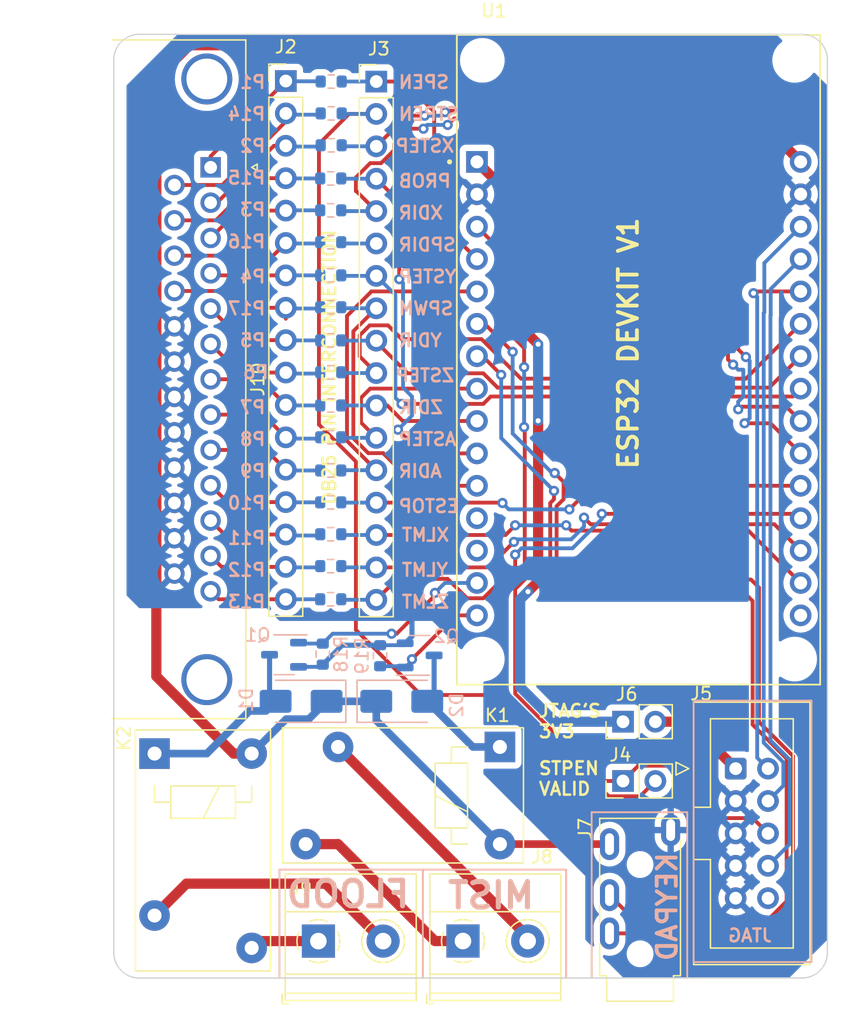
<source format=kicad_pcb>
(kicad_pcb (version 20221018) (generator pcbnew)
  (layers (0 "F.Cu" signal) (31 "B.Cu" signal) (34 "B.Paste" user) (35 "F.Paste" user) (36 "B.SilkS" user "B.Silkscreen") (37 "F.SilkS" user "F.Silkscreen") (38 "B.Mask" user) (39 "F.Mask" user) (44 "Edge.Cuts" user))
  (net 0 "")
  (net 1 "+5V")
  (net 2 "Net-(D1-A)")
  (net 3 "Net-(D2-A)")
  (net 4 "Net-(J2-Pin_1)")
  (net 5 "Net-(J2-Pin_3)")
  (net 6 "Net-(J2-Pin_5)")
  (net 7 "Net-(J2-Pin_7)")
  (net 8 "Net-(J2-Pin_9)")
  (net 9 "Net-(J2-Pin_10)")
  (net 10 "Net-(J2-Pin_11)")
  (net 11 "Net-(J2-Pin_12)")
  (net 12 "Net-(J2-Pin_13)")
  (net 13 "Net-(J2-Pin_14)")
  (net 14 "Net-(J2-Pin_15)")
  (net 15 "Net-(J2-Pin_16)")
  (net 16 "Net-(J2-Pin_17)")
  (net 17 "GND")
  (net 18 "/SPEN")
  (net 19 "/SPDIR")
  (net 20 "/XSTEP")
  (net 21 "/PROB")
  (net 22 "/XDIR")
  (net 23 "/STPEN")
  (net 24 "/YSTEP")
  (net 25 "Net-(J5-Pin_1)")
  (net 26 "/JTMS")
  (net 27 "/JTCK")
  (net 28 "/JTDO")
  (net 29 "/JTDI")
  (net 31 "Net-(J8-Pin_1)")
  (net 32 "Net-(J8-Pin_2)")
  (net 33 "Net-(J9-Pin_1)")
  (net 34 "Net-(J9-Pin_2)")
  (net 35 "/MIST")
  (net 36 "/FLOOD")
  (net 37 "/SPWM")
  (net 38 "/YDIR")
  (net 39 "/ZSTEP")
  (net 40 "/ZDIR")
  (net 41 "/ASTEP")
  (net 42 "/ADIR")
  (net 43 "/XLMT")
  (net 44 "/YLMT")
  (net 45 "/ZLMT")
  (net 46 "/ESTOP")
  (net 47 "+3V3")
  (net 48 "/RX2")
  (net 49 "/TX2")
  (net 53 "Net-(J10-P14)")
  (net 54 "Net-(J10-P15)")
  (net 55 "Net-(J10-P16)")
  (net 56 "Net-(J10-P17)")
  (footprint "TerminalBlock_Phoenix:TerminalBlock_Phoenix_MKDS-1,5-2-5.08_1x02_P5.08mm_Horizontal" (layer "F.Cu") (at 47.4 91.1)
    (fp_text reference "J8")
    (fp_text value "Term5.08")
  )
  (footprint "Connector_PinHeader_2.54mm:PinHeader_1x17_P2.54mm_Vertical" (layer "F.Cu") (at 40.6 23.7)
    (fp_text reference "J3")
    (fp_text value "Conn_01x17_Pin")
  )
  (footprint "Connector_PinHeader_2.54mm:PinHeader_1x17_P2.54mm_Vertical" (layer "F.Cu") (at 33.5 23.66)
    (fp_text reference "J2")
    (fp_text value "Conn_01x17_Pin")
  )
  (footprint "ExtraFootprints:Relay_HF32FV-G" (layer "F.Cu") (at 23.2 76.4 -90)
    (fp_text reference "K2")
    (fp_text value "Relay_SPST-NO")
  )
  (footprint "Connector_PinHeader_2.54mm:PinHeader_1x02_P2.54mm_Vertical" (layer "F.Cu") (at 59.96 73.9 90)
    (fp_text reference "J6")
    (fp_text value "JMPR")
  )
  (footprint "TerminalBlock_Phoenix:TerminalBlock_Phoenix_MKDS-1,5-2-5.08_1x02_P5.08mm_Horizontal" (layer "F.Cu") (at 36.055 91.105)
    (fp_text reference "J9")
    (fp_text value "Term5.08")
  )
  (footprint "Connector_Dsub:DSUB-25_Male_Horizontal_P2.77x2.84mm_EdgePinOffset4.94mm_Housed_MountingHolesOffset7.48mm" (layer "F.Cu") (at 27.6 30.43 -90)
    (fp_text reference "J10")
    (fp_text value "DB25_Plug")
  )
  (footprint "ExtraFootprints:Relay_HF32FV-G" (layer "F.Cu") (at 50.3 75.88 180)
    (fp_text reference "K1")
    (fp_text value "Relay_SPST-NO")
  )
  (footprint "Connector_PinHeader_2.54mm:PinHeader_1x02_P2.54mm_Vertical" (layer "F.Cu") (at 59.96 78.55 90)
    (fp_text reference "J4")
    (fp_text value "JMPR")
  )
  (footprint "ExtraFootprints:Jack_3.5mm_PJ-320A" (layer "F.Cu") (at 61.3 87.35 90)
    (fp_text reference "J7")
    (fp_text value "AudioJack4")
  )
  (footprint "Connector_IDC:IDC-Header_2x05_P2.54mm_Vertical" (layer "F.Cu") (at 68.8 77.58)
    (fp_text reference "J5")
    (fp_text value "Conn_02x05_Odd_Even")
  )
  (footprint "ExtraFootprints:MODULE_ESP32_DEVKIT_V1" (layer "F.Cu") (at 61.2 45.515)
    (fp_text reference "U1")
    (fp_text value "ESP32-DEVKIT-V1")
  )
  (footprint "Package_TO_SOT_SMD:SOT-23-3" (layer "B.Cu") (at 33.3625 68.65 180)
    (fp_text reference "Q1")
    (fp_text value "AO3416")
  )
  (footprint "Resistor_SMD:R_0603_1608Metric" (layer "B.Cu") (at 37.06 28.7 180)
    (fp_text reference "R3" hide)
    (fp_text value "0R")
  )
  (footprint "Resistor_SMD:R_0603_1608Metric" (layer "B.Cu") (at 37.025 59.2 180)
    (fp_text reference "R15" hide)
    (fp_text value "0R")
  )
  (footprint "Resistor_SMD:R_0603_1608Metric" (layer "B.Cu") (at 37.06 23.7 180)
    (fp_text reference "R1" hide)
    (fp_text value "0R")
  )
  (footprint "Resistor_SMD:R_0603_1608Metric" (layer "B.Cu") (at 37.025 56.7 180)
    (fp_text reference "R14" hide)
    (fp_text value "0R")
  )
  (footprint "Resistor_SMD:R_0603_1608Metric" (layer "B.Cu") (at 37.025 49.1 180)
    (fp_text reference "R11" hide)
    (fp_text value "0R")
  )
  (footprint "Resistor_SMD:R_0603_1608Metric" (layer "B.Cu") (at 37.025 54.2 180)
    (fp_text reference "R13" hide)
    (fp_text value "0R")
  )
  (footprint "Package_TO_SOT_SMD:SOT-23-3" (layer "B.Cu") (at 44 68.7)
    (fp_text reference "Q2")
    (fp_text value "AO3416")
  )
  (footprint "Resistor_SMD:R_0603_1608Metric" (layer "B.Cu") (at 37.025 31.3 180)
    (fp_text reference "R4" hide)
    (fp_text value "0R")
  )
  (footprint "Diode_SMD:D_SMA" (layer "B.Cu") (at 34.7 72.3 180)
    (fp_text reference "D1")
    (fp_text value "D_Schottky")
  )
  (footprint "Resistor_SMD:R_0603_1608Metric" (layer "B.Cu") (at 37.025 61.7 180)
    (fp_text reference "R16" hide)
    (fp_text value "0R")
  )
  (footprint "Resistor_SMD:R_0603_1608Metric" (layer "B.Cu") (at 37.025 33.8 180)
    (fp_text reference "R5" hide)
    (fp_text value "0R")
  )
  (footprint "Resistor_SMD:R_0603_1608Metric" (layer "B.Cu") (at 37.06 26.2 180)
    (fp_text reference "R2" hide)
    (fp_text value "0R")
  )
  (footprint "Resistor_SMD:R_0603_1608Metric" (layer "B.Cu") (at 37.025 46.5 180)
    (fp_text reference "R10" hide)
    (fp_text value "0R")
  )
  (footprint "Resistor_SMD:R_0603_1608Metric" (layer "B.Cu") (at 37.025 36.3 180)
    (fp_text reference "R6" hide)
    (fp_text value "0R")
  )
  (footprint "Resistor_SMD:R_0603_1608Metric" (layer "B.Cu") (at 40.9 68.725 -90)
    (fp_text reference "R19")
    (fp_text value "100K")
  )
  (footprint "Resistor_SMD:R_0603_1608Metric" (layer "B.Cu") (at 37.025 64.3 180)
    (fp_text reference "R17" hide)
    (fp_text value "0R")
  )
  (footprint "Resistor_SMD:R_0603_1608Metric" (layer "B.Cu") (at 37.025 44 180)
    (fp_text reference "R9" hide)
    (fp_text value "0R")
  )
  (footprint "Resistor_SMD:R_0603_1608Metric" (layer "B.Cu") (at 37.025 38.9 180)
    (fp_text reference "R7" hide)
    (fp_text value "0R")
  )
  (footprint "Resistor_SMD:R_0603_1608Metric" (layer "B.Cu") (at 37.025 41.4 180)
    (fp_text reference "R8" hide)
    (fp_text value "0R")
  )
  (footprint "Resistor_SMD:R_0603_1608Metric" (layer "B.Cu") (at 36.4 68.6 90)
    (fp_text reference "R18")
    (fp_text value "100K")
  )
  (footprint "Diode_SMD:D_SMA" (layer "B.Cu") (at 42.6 72.3)
    (fp_text reference "D2")
    (fp_text value "D_Schottky")
  )
  (footprint "Resistor_SMD:R_0603_1608Metric" (layer "B.Cu") (at 37.025 51.6 180)
    (fp_text reference "R12" hide)
    (fp_text value "0R")
  )
  (gr_line (start 33 94) (end 33 85.5) (stroke (width 0.15)) (layer "B.SilkS"))
  (gr_line (start 44.25 94) (end 44.25 85.5) (stroke (width 0.15)) (layer "B.SilkS"))
  (gr_line (start 65.5 92.75) (end 65.5 72.25) (stroke (width 0.15)) (layer "B.SilkS"))
  (gr_line (start 74.75 72.25) (end 74.75 92.75) (stroke (width 0.15)) (layer "B.SilkS"))
  (gr_line (start 65.5 72.25) (end 74.75 72.25) (stroke (width 0.15)) (layer "B.SilkS"))
  (gr_line (start 57.5 94) (end 57.5 81) (stroke (width 0.15)) (layer "B.SilkS"))
  (gr_line (start 55.5 85.5) (end 55.5 94) (stroke (width 0.15)) (layer "B.SilkS"))
  (gr_line (start 57.5 81) (end 65 81) (stroke (width 0.15)) (layer "B.SilkS"))
  (gr_line (start 33 85.5) (end 55.5 85.5) (stroke (width 0.15)) (layer "B.SilkS"))
  (gr_line (start 65 81) (end 65 94) (stroke (width 0.15)) (layer "B.SilkS"))
  (gr_line (start 74.75 92.75) (end 65.5 92.75) (stroke (width 0.15)) (layer "B.SilkS"))
  (gr_line (start 22 20) (end 74 20) (stroke (width 0.1)) (layer "Edge.Cuts"))
  (gr_line (start 20 92) (end 20 22) (stroke (width 0.1)) (layer "Edge.Cuts"))
  (gr_arc (start 22 94) (mid 20.585786 93.414214) (end 20 92) (stroke (width 0.1)) (layer "Edge.Cuts"))
  (gr_line (start 76 22) (end 76 92) (stroke (width 0.1)) (layer "Edge.Cuts"))
  (gr_arc (start 74 20) (mid 75.414214 20.585786) (end 76 22) (stroke (width 0.1)) (layer "Edge.Cuts"))
  (gr_arc (start 76 92) (mid 75.414214 93.414214) (end 74 94) (stroke (width 0.1)) (layer "Edge.Cuts"))
  (gr_line (start 74 94) (end 22 94) (stroke (width 0.1)) (layer "Edge.Cuts"))
  (gr_arc (start 20 22) (mid 20.585786 20.585786) (end 22 20) (stroke (width 0.1)) (layer "Edge.Cuts"))
  (gr_text "P13" (at 32 64.5) (layer "B.SilkS") (effects (font (size 1 1) (thickness 0.2) bold) (justify left mirror)))
  (gr_text "XLMT" (at 42.5 59.25) (layer "B.SilkS") (effects (font (size 1 1) (thickness 0.2) bold) (justify right mirror)))
  (gr_text "ZDIR" (at 42.25 49.25) (layer "B.SilkS") (effects (font (size 1 1) (thickness 0.2) bold) (justify right mirror)))
  (gr_text "SPDIR" (at 42.25 36.5) (layer "B.SilkS") (effects (font (size 1 1) (thickness 0.2) bold) (justify right mirror)))
  (gr_text "P6" (at 32.25 46.5) (layer "B.SilkS") (effects (font (size 1 1) (thickness 0.2) bold) (justify left mirror)))
  (gr_text "ADIR" (at 42.25 54.25) (layer "B.SilkS") (effects (font (size 1 1) (thickness 0.2) bold) (justify right mirror)))
  (gr_text "YSTEP" (at 42.25 39) (layer "B.SilkS") (effects (font (size 1 1) (thickness 0.2) bold) (justify right mirror)))
  (gr_text "FLOOD" (at 43.4 88.6) (layer "B.SilkS") (effects (font (size 2 2) (thickness 0.4) bold) (justify left bottom mirror)))
  (gr_text "P10" (at 32 56.75) (layer "B.SilkS") (effects (font (size 1 1) (thickness 0.2) bold) (justify left mirror)))
  (gr_text "XDIR" (at 42.25 34) (layer "B.SilkS") (effects (font (size 1 1) (thickness 0.2) bold) (justify right mirror)))
  (gr_text "JTAG" (at 71.75 91.25) (layer "B.SilkS") (effects (font (size 1 1) (thickness 0.2) bold) (justify left bottom mirror)))
  (gr_text "P5" (at 32 44) (layer "B.SilkS") (effects (font (size 1 1) (thickness 0.2) bold) (justify left mirror)))
  (gr_text "P14" (at 32 26.25) (layer "B.SilkS") (effects (font (size 1 1) (thickness 0.2) bold) (justify left mirror)))
  (gr_text "P2" (at 32 28.75) (layer "B.SilkS") (effects (font (size 1 1) (thickness 0.2) bold) (justify left mirror)))
  (gr_text "P11" (at 32 59.5) (layer "B.SilkS") (effects (font (size 1 1) (thickness 0.2) bold) (justify left mirror)))
  (gr_text "P9" (at 32 54.25) (layer "B.SilkS") (effects (font (size 1 1) (thickness 0.2) bold) (justify left mirror)))
  (gr_text "ESTOP" (at 42.25 57) (layer "B.SilkS") (effects (font (size 1 1) (thickness 0.2) bold) (justify right mirror)))
  (gr_text "P7" (at 32 49.25) (layer "B.SilkS") (effects (font (size 1 1) (thickness 0.2) bold) (justify left mirror)))
  (gr_text "P3" (at 32 33.75) (layer "B.SilkS") (effects (font (size 1 1) (thickness 0.2) bold) (justify left mirror)))
  (gr_text "P12" (at 32 62) (layer "B.SilkS") (effects (font (size 1 1) (thickness 0.2) bold) (justify left mirror)))
  (gr_text "SPEN" (at 42.25 23.75) (layer "B.SilkS") (effects (font (size 1 1) (thickness 0.2) bold) (justify right mirror)))
  (gr_text "P1" (at 32 23.75) (layer "B.SilkS") (effects (font (size 1 1) (thickness 0.2) bold) (justify left mirror)))
  (gr_text "YDIR" (at 42.25 44) (layer "B.SilkS") (effects (font (size 1 1) (thickness 0.2) bold) (justify right mirror)))
  (gr_text "P8" (at 32 51.75) (layer "B.SilkS") (effects (font (size 1 1) (thickness 0.2) bold) (justify left mirror)))
  (gr_text "P17" (at 32 41.5) (layer "B.SilkS") (effects (font (size 1 1) (thickness 0.2) bold) (justify left mirror)))
  (gr_text "ZSTEP" (at 42 46.75) (layer "B.SilkS") (effects (font (size 1 1) (thickness 0.2) bold) (justify right mirror)))
  (gr_text "P15" (at 32 31.25) (layer "B.SilkS") (effects (font (size 1 1) (thickness 0.2) bold) (justify left mirror)))
  (gr_text "SPWM" (at 42.25 41.5) (layer "B.SilkS") (effects (font (size 1 1) (thickness 0.2) bold) (justify right mirror)))
  (gr_text "KEYPAD" (at 64.3 84 90) (layer "B.SilkS") (effects (font (size 1.5 1.5) (thickness 0.3) bold) (justify left bottom mirror)))
  (gr_text "XSTEP" (at 42 28.75) (layer "B.SilkS") (effects (font (size 1 1) (thickness 0.2) bold) (justify right mirror)))
  (gr_text "P4" (at 32 39) (layer "B.SilkS") (effects (font (size 1 1) (thickness 0.2) bold) (justify left mirror)))
  (gr_text "P16" (at 32 36.25) (layer "B.SilkS") (effects (font (size 1 1) (thickness 0.2) bold) (justify left mirror)))
  (gr_text "ZLMT" (at 42.5 64.5) (layer "B.SilkS") (effects (font (size 1 1) (thickness 0.2) bold) (justify right mirror)))
  (gr_text "MIST" (at 53.2 88.7) (layer "B.SilkS") (effects (font (size 2 2) (thickness 0.4) bold) (justify left bottom mirror)))
  (gr_text "ASTEP" (at 42.25 51.75) (layer "B.SilkS") (effects (font (size 1 1) (thickness 0.2) bold) (justify right mirror)))
  (gr_text "STPEN" (at 42.25 26.25) (layer "B.SilkS") (effects (font (size 1 1) (thickness 0.2) bold) (justify right mirror)))
  (gr_text "PROB" (at 42.25 31.5) (layer "B.SilkS") (effects (font (size 1 1) (thickness 0.2) bold) (justify right mirror)))
  (gr_text "YLMT" (at 42.5 62) (layer "B.SilkS") (effects (font (size 1 1) (thickness 0.2) bold) (justify right mirror)))
  (gr_text "ESP32 DEVKIT V1" (at 61.25 54.25 90) (layer "F.SilkS") (effects (font (size 1.5 1.5) (thickness 0.3) bold) (justify left bottom)))
  (gr_text "STPEN\nVALID" (at 53.25 79.75) (layer "F.SilkS") (effects (font (size 1 1) (thickness 0.2) bold) (justify left bottom)))
  (gr_text "JTAG'S\n3V3" (at 53.25 75.25) (layer "F.SilkS") (effects (font (size 1 1) (thickness 0.2) bold) (justify left bottom)))
  (gr_text "DB25 PIN INTERCONNECTION" (at 37.5 57 90) (layer "F.SilkS") (effects (font (size 1 1) (thickness 0.2) bold) (justify left bottom)))
  (segment (start 25.945 20.855) (end 23.340331 23.459669) (width 0.8) (layer "F.Cu") (net 1))
  (segment (start 46.19 24.19) (end 42.855 20.855) (width 0.8) (layer "F.Cu") (net 1))
  (segment (start 73.9 30) (end 68.09 24.19) (width 0.8) (layer "F.Cu") (net 1))
  (segment (start 42.855 20.855) (end 25.945 20.855) (width 0.8) (layer "F.Cu") (net 1))
  (segment (start 29.4 76.4) (end 30.82 76.4) (width 0.8) (layer "F.Cu") (net 1))
  (segment (start 23.340331 70.340331) (end 29.4 76.4) (width 0.8) (layer "F.Cu") (net 1))
  (segment (start 50.3 83.5) (end 58.9 83.5) (width 0.6) (layer "F.Cu") (net 1))
  (segment (start 68.09 24.19) (end 46.19 24.19) (width 0.8) (layer "F.Cu") (net 1))
  (segment (start 23.340331 23.459669) (end 23.340331 70.340331) (width 0.8) (layer "F.Cu") (net 1))
  (segment (start 40.6 73.8) (end 50.3 83.5) (width 0.6) (layer "B.Cu") (net 1))
  (segment (start 33.52 73.7) (end 30.82 76.4) (width 0.6) (layer "B.Cu") (net 1))
  (segment (start 40.6 72.3) (end 40.6 73.8) (width 0.6) (layer "B.Cu") (net 1))
  (segment (start 36.7 72.3) (end 35.3 73.7) (width 0.6) (layer "B.Cu") (net 1))
  (segment (start 35.3 73.7) (end 33.52 73.7) (width 0.6) (layer "B.Cu") (net 1))
  (segment (start 40.6 72.3) (end 36.7 72.3) (width 0.6) (layer "B.Cu") (net 1))
  (segment (start 30.645 73.055) (end 27.3 76.4) (width 0.6) (layer "B.Cu") (net 2))
  (segment (start 27.3 76.4) (end 23.2 76.4) (width 0.6) (layer "B.Cu") (net 2))
  (segment (start 31.945 73.055) (end 30.645 73.055) (width 0.6) (layer "B.Cu") (net 2))
  (segment (start 32.225 68.65) (end 32.225 71.825) (width 0.4) (layer "B.Cu") (net 2))
  (segment (start 32.225 71.825) (end 32.7 72.3) (width 0.4) (layer "B.Cu") (net 2))
  (segment (start 32.7 72.3) (end 31.945 73.055) (width 0.6) (layer "B.Cu") (net 2))
  (segment (start 44.6 72.3) (end 48.18 75.88) (width 0.6) (layer "B.Cu") (net 3))
  (segment (start 45.1375 68.7) (end 45.1375 71.7625) (width 0.4) (layer "B.Cu") (net 3))
  (segment (start 48.18 75.88) (end 50.3 75.88) (width 0.6) (layer "B.Cu") (net 3))
  (segment (start 45.1375 71.7625) (end 44.6 72.3) (width 0.4) (layer "B.Cu") (net 3))
  (segment (start 33.5 23.66) (end 27.6 29.56) (width 0.3) (layer "F.Cu") (net 4))
  (segment (start 27.6 29.56) (end 27.6 30.43) (width 0.3) (layer "F.Cu") (net 4))
  (segment (start 33.5 23.68) (end 36.155 23.68) (width 0.3) (layer "B.Cu") (net 4))
  (segment (start 36.155 23.68) (end 36.175 23.7) (width 0.3) (layer "B.Cu") (net 4))
  (segment (start 32.56 28.74) (end 28.1 33.2) (width 0.3) (layer "F.Cu") (net 5))
  (segment (start 33.5 28.74) (end 32.56 28.74) (width 0.3) (layer "F.Cu") (net 5))
  (segment (start 28.1 33.2) (end 27.6 33.2) (width 0.3) (layer "F.Cu") (net 5))
  (segment (start 33.54 28.8) (end 33.5 28.76) (width 0.3) (layer "B.Cu") (net 5))
  (segment (start 36.175 28.8) (end 33.54 28.8) (width 0.3) (layer "B.Cu") (net 5))
  (segment (start 33.5 33.82) (end 29.75 33.82) (width 0.3) (layer "F.Cu") (net 6))
  (segment (start 29.75 33.82) (end 27.6 35.97) (width 0.3) (layer "F.Cu") (net 6))
  (segment (start 36.175 33.8) (end 33.54 33.8) (width 0.3) (layer "B.Cu") (net 6))
  (segment (start 33.54 33.8) (end 33.5 33.84) (width 0.3) (layer "B.Cu") (net 6))
  (segment (start 27.76 38.9) (end 27.6 38.74) (width 0.3) (layer "F.Cu") (net 7))
  (segment (start 33.5 38.9) (end 27.76 38.9) (width 0.3) (layer "F.Cu") (net 7))
  (segment (start 33.52 38.9) (end 33.5 38.92) (width 0.3) (layer "B.Cu") (net 7))
  (segment (start 36.175 38.9) (end 33.52 38.9) (width 0.3) (layer "B.Cu") (net 7))
  (segment (start 33.5 43.98) (end 30.07 43.98) (width 0.3) (layer "F.Cu") (net 8))
  (segment (start 30.07 43.98) (end 27.6 41.51) (width 0.3) (layer "F.Cu") (net 8))
  (segment (start 36.175 44) (end 33.5 44) (width 0.3) (layer "B.Cu") (net 8))
  (segment (start 29.84 46.52) (end 27.6 44.28) (width 0.3) (layer "F.Cu") (net 9))
  (segment (start 33.5 46.52) (end 29.84 46.52) (width 0.3) (layer "F.Cu") (net 9))
  (segment (start 36.175 46.6) (end 33.56 46.6) (width 0.3) (layer "B.Cu") (net 9))
  (segment (start 33.56 46.6) (end 33.5 46.54) (width 0.3) (layer "B.Cu") (net 9))
  (segment (start 31.49 47.05) (end 27.6 47.05) (width 0.3) (layer "F.Cu") (net 10))
  (segment (start 33.5 49.06) (end 31.49 47.05) (width 0.3) (layer "F.Cu") (net 10))
  (segment (start 36.175 49.1) (end 33.52 49.1) (width 0.3) (layer "B.Cu") (net 10))
  (segment (start 33.52 49.1) (end 33.5 49.08) (width 0.3) (layer "B.Cu") (net 10))
  (segment (start 31.72 49.82) (end 27.6 49.82) (width 0.3) (layer "F.Cu") (net 11))
  (segment (start 33.5 51.6) (end 31.72 49.82) (width 0.3) (layer "F.Cu") (net 11))
  (segment (start 36.175 51.7) (end 33.58 51.7) (width 0.3) (layer "B.Cu") (net 11))
  (segment (start 33.58 51.7) (end 33.5 51.62) (width 0.3) (layer "B.Cu") (net 11))
  (segment (start 33.5 54.14) (end 31.95 52.59) (width 0.3) (layer "F.Cu") (net 12))
  (segment (start 31.95 52.59) (end 27.6 52.59) (width 0.3) (layer "F.Cu") (net 12))
  (segment (start 33.54 54.2) (end 33.5 54.16) (width 0.3) (layer "B.Cu") (net 12))
  (segment (start 36.175 54.2) (end 33.54 54.2) (width 0.3) (layer "B.Cu") (net 12))
  (segment (start 28.92 56.68) (end 27.6 55.36) (width 0.3) (layer "F.Cu") (net 13))
  (segment (start 33.5 56.68) (end 28.92 56.68) (width 0.3) (layer "F.Cu") (net 13))
  (segment (start 36.175 56.7) (end 33.5 56.7) (width 0.3) (layer "B.Cu") (net 13))
  (segment (start 33.5 59.22) (end 28.69 59.22) (width 0.3) (layer "F.Cu") (net 14))
  (segment (start 28.69 59.22) (end 27.6 58.13) (width 0.3) (layer "F.Cu") (net 14))
  (segment (start 33.56 59.3) (end 33.5 59.24) (width 0.3) (layer "B.Cu") (net 14))
  (segment (start 36.14 59.3) (end 33.56 59.3) (width 0.3) (layer "B.Cu") (net 14))
  (segment (start 33.5 61.78) (end 33.04 62.24) (width 0.3) (layer "F.Cu") (net 15))
  (segment (start 28.46 61.76) (end 27.6 60.9) (width 0.3) (layer "F.Cu") (net 15))
  (segment (start 33.5 61.76) (end 28.46 61.76) (width 0.3) (layer "F.Cu") (net 15))
  (segment (start 33.52 61.8) (end 33.5 61.78) (width 0.3) (layer "B.Cu") (net 15))
  (segment (start 36.14 61.8) (end 33.52 61.8) (width 0.3) (layer "B.Cu") (net 15))
  (segment (start 33.5 64.3) (end 28.23 64.3) (width 0.3) (layer "F.Cu") (net 16))
  (segment (start 28.23 64.3) (end 27.6 63.67) (width 0.3) (layer "F.Cu") (net 16))
  (segment (start 36.14 64.3) (end 33.52 64.3) (width 0.3) (layer "B.Cu") (net 16))
  (segment (start 33.52 64.3) (end 33.5 64.32) (width 0.3) (layer "B.Cu") (net 16))
  (segment (start 42.8625 67.75) (end 43.4 67.2125) (width 0.4) (layer "B.Cu") (net 17))
  (segment (start 40.9 67.9) (end 37.925 67.9) (width 0.4) (layer "B.Cu") (net 17))
  (segment (start 40.9 67.9) (end 42.7125 67.9) (width 0.3) (layer "B.Cu") (net 17))
  (segment (start 36.225 69.6) (end 36.4 69.425) (width 0.3) (layer "B.Cu") (net 17))
  (segment (start 37.925 67.9) (end 36.4 69.425) (width 0.4) (layer "B.Cu") (net 17))
  (segment (start 34.5 69.6) (end 36.225 69.6) (width 0.3) (layer "B.Cu") (net 17))
  (segment (start 43.4 67.2125) (end 43.4 65.4) (width 0.4) (layer "B.Cu") (net 17))
  (segment (start 42.7125 67.9) (end 42.8625 67.75) (width 0.3) (layer "B.Cu") (net 17))
  (segment (start 45.143959 26.068195) (end 42.775764 23.7) (width 0.3) (layer "F.Cu") (net 18))
  (segment (start 45.143959 34.263959) (end 45.143959 26.068195) (width 0.3) (layer "F.Cu") (net 18))
  (segment (start 48.5 37.62) (end 45.143959 34.263959) (width 0.3) (layer "F.Cu") (net 18))
  (segment (start 42.775764 23.7) (end 40.6 23.7) (width 0.3) (layer "F.Cu") (net 18))
  (segment (start 40.5 23.7) (end 37.825 23.7) (width 0.3) (layer "B.Cu") (net 18))
  (segment (start 41 36.9) (end 40.5 36.4) (width 0.3) (layer "F.Cu") (net 19))
  (segment (start 40.5 36.4) (end 37.825 36.4) (width 0.3) (layer "B.Cu") (net 19))
  (segment (start 43.001144 26.378856) (end 44.393959 26.378856) (width 0.3) (layer "F.Cu") (net 20))
  (segment (start 40.6 28.78) (end 43.001144 26.378856) (width 0.3) (layer "F.Cu") (net 20))
  (segment (start 46.1 26) (end 46 26.1) (width 0.3) (layer "F.Cu") (net 20))
  (segment (start 71.54 50.5) (end 69.5 50.5) (width 0.3) (layer "F.Cu") (net 20))
  (segment (start 73.9 52.86) (end 71.54 50.5) (width 0.3) (layer "F.Cu") (net 20))
  (segment (start 69 32.3) (end 62.7 26) (width 0.3) (layer "F.Cu") (net 20))
  (segment (start 62.7 26) (end 46.1 26) (width 0.3) (layer "F.Cu") (net 20))
  (segment (start 69.6 45.3) (end 69 44.7) (width 0.3) (layer "F.Cu") (net 20))
  (segment (start 69 44.7) (end 69 32.3) (width 0.3) (layer "F.Cu") (net 20))
  (via (at 44.393959 26.378856) (size 0.8) (drill 0.4) (layers "F.Cu" "B.Cu") (net 20))
  (via (at 69.5 50.5) (size 0.8) (drill 0.4) (layers "F.Cu" "B.Cu") (net 20))
  (via (at 69.6 45.3) (size 0.8) (drill 0.4) (layers "F.Cu" "B.Cu") (net 20))
  (via (at 46 26.1) (size 0.8) (drill 0.4) (layers "F.Cu" "B.Cu") (net 20))
  (segment (start 46 26.1) (end 45.721144 26.378856) (width 0.3) (layer "B.Cu") (net 20))
  (segment (start 40.5 28.78) (end 37.845 28.78) (width 0.3) (layer "B.Cu") (net 20))
  (segment (start 69.5 50.5) (end 69.9 50.1) (width 0.3) (layer "B.Cu") (net 20))
  (segment (start 69.9 50.1) (end 69.9 45.6) (width 0.3) (layer "B.Cu") (net 20))
  (segment (start 45.721144 26.378856) (end 44.393959 26.378856) (width 0.3) (layer "B.Cu") (net 20))
  (segment (start 69.9 45.6) (end 69.6 45.3) (width 0.3) (layer "B.Cu") (net 20))
  (segment (start 37.845 28.78) (end 37.825 28.8) (width 0.3) (layer "B.Cu") (net 20))
  (segment (start 42.4 39.2) (end 42.4 33.12) (width 0.3) (layer "F.Cu") (net 21))
  (segment (start 42.4 33.12) (end 40.6 31.32) (width 0.3) (layer "F.Cu") (net 21))
  (segment (start 48.5 52.86) (end 44.16 52.86) (width 0.3) (layer "F.Cu") (net 21))
  (segment (start 40.5 30.8) (end 40.5 31.32) (width 0.3) (layer "F.Cu") (net 21))
  (segment (start 44.16 52.86) (end 42.3 51) (width 0.3) (layer "F.Cu") (net 21))
  (via (at 42.4 39.2) (size 0.8) (drill 0.4) (layers "F.Cu" "B.Cu") (net 21))
  (via (at 42.3 51) (size 0.8) (drill 0.4) (layers "F.Cu" "B.Cu") (net 21))
  (segment (start 43.4 48.4) (end 42.7 47.7) (width 0.3) (layer "B.Cu") (net 21))
  (segment (start 43.4 49.9) (end 43.4 48.6) (width 0.3) (layer "B.Cu") (net 21))
  (segment (start 43.4 48.6) (end 43.4 48.4) (width 0.3) (layer "B.Cu") (net 21))
  (segment (start 42.3 51) (end 43.4 49.9) (width 0.3) (layer "B.Cu") (net 21))
  (segment (start 40.5 31.32) (end 37.845 31.32) (width 0.3) (layer "B.Cu") (net 21))
  (segment (start 42.7 39.5) (end 42.4 39.2) (width 0.3) (layer "B.Cu") (net 21))
  (segment (start 42.7 47.7) (end 42.7 39.5) (width 0.3) (layer "B.Cu") (net 21))
  (segment (start 37.845 31.32) (end 37.825 31.3) (width 0.3) (layer "B.Cu") (net 21))
  (segment (start 46.7 26.6) (end 46.2 27.1) (width 0.3) (layer "F.Cu") (net 22))
  (segment (start 68.6 45.9) (end 68.2 45.5) (width 0.3) (layer "F.Cu") (net 22))
  (segment (start 72.78 49.2) (end 69.2 49.2) (width 0.3) (layer "F.Cu") (net 22))
  (segment (start 43.2 27.4) (end 42 28.6) (width 0.3) (layer "F.Cu") (net 22))
  (segment (start 40.977057 30.1) (end 40.122943 30.1) (width 0.3) (layer "F.Cu") (net 22))
  (segment (start 62.3 26.6) (end 46.7 26.6) (width 0.3) (layer "F.Cu") (net 22))
  (segment (start 39.04 32.3) (end 40.6 33.86) (width 0.3) (layer "F.Cu") (net 22))
  (segment (start 40.122943 30.1) (end 39 31.222943) (width 0.3) (layer "F.Cu") (net 22))
  (segment (start 73.9 50.32) (end 72.78 49.2) (width 0.3) (layer "F.Cu") (net 22))
  (segment (start 39 32.3) (end 39.04 32.3) (width 0.3) (layer "F.Cu") (net 22))
  (segment (start 44.3 27.4) (end 43.2 27.4) (width 0.3) (layer "F.Cu") (net 22))
  (segment (start 42 29.077057) (end 40.977057 30.1) (width 0.3) (layer "F.Cu") (net 22))
  (segment (start 68.2 45.5) (end 68.2 32.5) (width 0.3) (layer "F.Cu") (net 22))
  (segment (start 69.2 49.2) (end 69 49.4) (width 0.3) (layer "F.Cu") (net 22))
  (segment (start 39 31.222943) (end 39 32.3) (width 0.3) (layer "F.Cu") (net 22))
  (segment (start 42 28.6) (end 42 29.077057) (width 0.3) (layer "F.Cu") (net 22))
  (segment (start 68.2 32.5) (end 62.3 26.6) (width 0.3) (layer "F.Cu") (net 22))
  (via (at 68.6 45.9) (size 0.8) (drill 0.4) (layers "F.Cu" "B.Cu") (net 22))
  (via (at 69 49.4) (size 0.8) (drill 0.4) (layers "F.Cu" "B.Cu") (net 22))
  (via (at 46.2 27.1) (size 0.8) (drill 0.4) (layers "F.Cu" "B.Cu") (net 22))
  (via (at 44.3 27.4) (size 0.8) (drill 0.4) (layers "F.Cu" "B.Cu") (net 22))
  (segment (start 37.885 33.86) (end 37.825 33.8) (width 0.3) (layer "B.Cu") (net 22))
  (segment (start 69 48.8) (end 69.4 48.4) (width 0.3) (layer "B.Cu") (net 22))
  (segment (start 46.2 27.1) (end 44.6 27.1) (width 0.3) (layer "B.Cu") (net 22))
  (segment (start 40.5 33.86) (end 37.885 33.86) (width 0.3) (layer "B.Cu") (net 22))
  (segment (start 69 46.3) (end 68.6 45.9) (width 0.3) (layer "B.Cu") (net 22))
  (segment (start 44.6 27.1) (end 44.3 27.4) (width 0.3) (layer "B.Cu") (net 22))
  (segment (start 69 49.4) (end 69 48.8) (width 0.3) (layer "B.Cu") (net 22))
  (segment (start 69.4 46.3) (end 69 46.3) (width 0.3) (layer "B.Cu") (net 22))
  (segment (start 69.4 48.4) (end 69.4 46.3) (width 0.3) (layer "B.Cu") (net 22))
  (segment (start 40.54 26.2) (end 40.5 26.24) (width 0.3) (layer "F.Cu") (net 23))
  (segment (start 50.9 71.807107) (end 44.107107 71.807107) (width 0.3) (layer "F.Cu") (net 23))
  (segment (start 58.842893 79.75) (end 61.3 79.75) (width 0.3) (layer "F.Cu") (net 23))
  (segment (start 50.9 71.807107) (end 58.842893 79.75) (width 0.3) (layer "F.Cu") (net 23))
  (segment (start 36.1 50.6) (end 36.1 28.6) (width 0.3) (layer "F.Cu") (net 23))
  (segment (start 38.46 26.24) (end 40.6 26.24) (width 0.3) (layer "F.Cu") (net 23))
  (segment (start 36.1 28.6) (end 38.46 26.24) (width 0.3) (layer "F.Cu") (net 23))
  (segment (start 44.107107 71.807107) (end 39 66.7) (width 0.3) (layer "F.Cu") (net 23))
  (segment (start 61.3 79.75) (end 62.5 78.55) (width 0.3) (layer "F.Cu") (net 23))
  (segment (start 39 53.5) (end 36.1 50.6) (width 0.3) (layer "F.Cu") (net 23))
  (segment (start 39 66.7) (end 39 53.5) (width 0.3) (layer "F.Cu") (net 23))
  (segment (start 40.5 26.24) (end 37.885 26.24) (width 0.3) (layer "B.Cu") (net 23))
  (segment (start 37.885 26.24) (end 37.825 26.3) (width 0.3) (layer "B.Cu") (net 23))
  (segment (start 73.28 48.4) (end 49.577057 48.4) (width 0.3) (layer "F.Cu") (net 24))
  (segment (start 49.577057 48.4) (end 48.997057 48.98) (width 0.3) (layer "F.Cu") (net 24))
  (segment (start 48.997057 48.98) (end 42.58 48.98) (width 0.3) (layer "F.Cu") (net 24))
  (segment (start 73.9 47.78) (end 73.28 48.4) (width 0.3) (layer "F.Cu") (net 24))
  (via (at 42.58 48.98) (size 0.8) (drill 0.4) (layers "F.Cu" "B.Cu") (net 24))
  (segment (start 42.1 40.44) (end 40.6 38.94) (width 0.3) (layer "B.Cu") (net 24))
  (segment (start 42.58 48.98) (end 42.1 48.5) (width 0.3) (layer "B.Cu") (net 24))
  (segment (start 42.1 48.5) (end 42.1 40.44) (width 0.3) (layer "B.Cu") (net 24))
  (segment (start 40.5 38.94) (end 37.865 38.94) (width 0.3) (layer "B.Cu") (net 24))
  (segment (start 37.865 38.94) (end 37.825 38.9) (width 0.3) (layer "B.Cu") (net 24))
  (segment (start 65.12 73.9) (end 68.8 77.58) (width 0.8) (layer "F.Cu") (net 25))
  (segment (start 62.5 73.9) (end 65.12 73.9) (width 0.8) (layer "F.Cu") (net 25))
  (segment (start 73.9 40.16) (end 70.34 40.16) (width 0.3) (layer "F.Cu") (net 26))
  (segment (start 70.34 40.16) (end 70.2 40.3) (width 0.3) (layer "F.Cu") (net 26))
  (via (at 70.2 40.3) (size 0.8) (drill 0.4) (layers "F.Cu" "B.Cu") (net 26))
  (segment (start 70.25 40.35) (end 70.2 40.3) (width 0.3) (layer "B.Cu") (net 26))
  (segment (start 70.49 40.59) (end 70.2 40.3) (width 0.3) (layer "B.Cu") (net 26))
  (segment (start 70.49 76.73) (end 70.49 40.59) (width 0.3) (layer "B.Cu") (net 26))
  (segment (start 71.34 77.58) (end 70.49 76.73) (width 0.3) (layer "B.Cu") (net 26))
  (segment (start 72.54 77.082943) (end 72.54 78.92) (width 0.3) (layer "B.Cu") (net 27))
  (segment (start 71.050002 37.929998) (end 71.050002 41.810661) (width 0.3) (layer "B.Cu") (net 27))
  (segment (start 72.54 78.92) (end 71.34 80.12) (width 0.3) (layer "B.Cu") (net 27))
  (segment (start 73.9 35.08) (end 71.050002 37.929998) (width 0.3) (layer "B.Cu") (net 27))
  (segment (start 71 41.860663) (end 71 75.542943) (width 0.3) (layer "B.Cu") (net 27))
  (segment (start 71 75.542943) (end 72.54 77.082943) (width 0.3) (layer "B.Cu") (net 27))
  (segment (start 71.050002 41.810661) (end 71 41.860663) (width 0.3) (layer "B.Cu") (net 27))
  (segment (start 51.5 71.7) (end 58.35 78.55) (width 0.3) (layer "F.Cu") (net 28))
  (segment (start 48.5 35.08) (end 50.2 36.78) (width 0.3) (layer "F.Cu") (net 28))
  (segment (start 51.5 63.5) (end 51.5 71.7) (width 0.3) (layer "F.Cu") (net 28))
  (segment (start 52.25 50.85) (end 52.25 62.75) (width 0.3) (layer "F.Cu") (net 28))
  (segment (start 70.14 81.46) (end 71.34 82.66) (width 0.3) (layer "F.Cu") (net 28))
  (segment (start 58.35 78.55) (end 59.96 78.55) (width 0.3) (layer "F.Cu") (net 28))
  (segment (start 59.96 78.55) (end 61.16 77.35) (width 0.3) (layer "F.Cu") (net 28))
  (segment (start 50.2 42.6) (end 52.2 44.6) (width 0.3) (layer "F.Cu") (net 28))
  (segment (start 63.75 77.35) (end 67.86 81.46) (width 0.3) (layer "F.Cu") (net 28))
  (segment (start 52.2 50.8) (end 52.25 50.85) (width 0.3) (layer "F.Cu") (net 28))
  (segment (start 67.86 81.46) (end 70.14 81.46) (width 0.3) (layer "F.Cu") (net 28))
  (segment (start 61.16 77.35) (end 63.75 77.35) (width 0.3) (layer "F.Cu") (net 28))
  (segment (start 50.2 36.78) (end 50.2 42.6) (width 0.3) (layer "F.Cu") (net 28))
  (segment (start 52.2 44.6) (end 52.2 46.1) (width 0.3) (layer "F.Cu") (net 28))
  (segment (start 52.25 62.75) (end 51.5 63.5) (width 0.3) (layer "F.Cu") (net 28))
  (via (at 52.2 46.1) (size 0.8) (drill 0.4) (layers "F.Cu" "B.Cu") (net 28))
  (via (at 52.2 50.8) (size 0.8) (drill 0.4) (layers "F.Cu" "B.Cu") (net 28))
  (segment (start 52.2 46.1) (end 52.2 50.8) (width 0.3) (layer "B.Cu") (net 28))
  (segment (start 73.04 83.5) (end 71.34 85.2) (width 0.3) (layer "B.Cu") (net 29))
  (segment (start 73.9 37.62) (end 71.550002 39.969998) (width 0.3) (layer "B.Cu") (net 29))
  (segment (start 71.550002 39.969998) (end 71.550002 42.017767) (width 0.3) (layer "B.Cu") (net 29))
  (segment (start 71.53 75.365837) (end 73.04 76.875837) (width 0.3) (layer "B.Cu") (net 29))
  (segment (start 71.550002 42.017767) (end 71.53 42.03777) (width 0.3) (layer "B.Cu") (net 29))
  (segment (start 71.53 42.03777) (end 71.53 75.365837) (width 0.3) (layer "B.Cu") (net 29))
  (segment (start 73.04 76.875837) (end 73.04 83.5) (width 0.3) (layer "B.Cu") (net 29))
  (segment (start 37.6 83.5) (end 35.06 83.5) (width 0.8) (layer "F.Cu") (net 31))
  (segment (start 45.2 91.1) (end 47.4 91.1) (width 0.8) (layer "F.Cu") (net 31))
  (segment (start 37.6 83.5) (end 45.2 91.1) (width 0.8) (layer "F.Cu") (net 31))
  (segment (start 37.6 75.88) (end 52.48 90.76) (width 0.8) (layer "F.Cu") (net 32))
  (segment (start 52.48 90.76) (end 52.48 91.1) (width 0.8) (layer "F.Cu") (net 32))
  (segment (start 31.355 91.105) (end 30.82 91.64) (width 0.8) (layer "F.Cu") (net 33))
  (segment (start 36.055 91.105) (end 31.355 91.105) (width 0.8) (layer "F.Cu") (net 33))
  (segment (start 25.7 86.6) (end 23.2 89.1) (width 0.8) (layer "F.Cu") (net 34))
  (segment (start 41.135 91.105) (end 36.63 86.6) (width 0.8) (layer "F.Cu") (net 34))
  (segment (start 36.63 86.6) (end 25.7 86.6) (width 0.8) (layer "F.Cu") (net 34))
  (segment (start 46.84 65.56) (end 43.4 69) (width 0.3) (layer "F.Cu") (net 35))
  (segment (start 48.5 65.56) (end 46.84 65.56) (width 0.3) (layer "F.Cu") (net 35))
  (via (at 43.4 69) (size 0.8) (drill 0.4) (layers "F.Cu" "B.Cu") (net 35))
  (segment (start 42.8625 69.65) (end 42.8625 69.605393) (width 0.3) (layer "B.Cu") (net 35))
  (segment (start 40.9 69.55) (end 42.7625 69.55) (width 0.3) (layer "B.Cu") (net 35))
  (segment (start 43.4 69.1125) (end 42.8625 69.65) (width 0.3) (layer "B.Cu") (net 35))
  (segment (start 43.4 69) (end 43.4 69.1125) (width 0.3) (layer "B.Cu") (net 35))
  (segment (start 42.7625 69.55) (end 42.8625 69.65) (width 0.3) (layer "B.Cu") (net 35))
  (segment (start 45.2 63.8) (end 45.2 64) (width 0.3) (layer "F.Cu") (net 36))
  (segment (start 42.2 67) (end 41.8 67) (width 0.3) (layer "F.Cu") (net 36))
  (segment (start 45.2 64) (end 42.2 67) (width 0.3) (layer "F.Cu") (net 36))
  (via (at 45.2 63.8) (size 0.8) (drill 0.4) (layers "F.Cu" "B.Cu") (net 36))
  (via (at 41.8 67) (size 0.8) (drill 0.4) (layers "F.Cu" "B.Cu") (net 36))
  (segment (start 36.4 67.775) (end 34.575 67.775) (width 0.3) (layer "B.Cu") (net 36))
  (segment (start 36.4 67.775) (end 37.175 67) (width 0.3) (layer "B.Cu") (net 36))
  (segment (start 45.98 63.02) (end 45.2 63.8) (width 0.3) (layer "B.Cu") (net 36))
  (segment (start 34.575 67.775) (end 34.5 67.7) (width 0.3) (layer "B.Cu") (net 36))
  (segment (start 48.5 63.02) (end 45.98 63.02) (width 0.3) (layer "B.Cu") (net 36))
  (segment (start 37.175 67) (end 41.8 67) (width 0.3) (layer "B.Cu") (net 36))
  (segment (start 48.5 55.4) (end 43.7 55.4) (width 0.3) (layer "F.Cu") (net 37))
  (segment (start 41.14 52.84) (end 39.967106 52.84) (width 0.3) (layer "F.Cu") (net 37))
  (segment (start 38.8 51.672894) (end 38.8 43.28) (width 0.3) (layer "F.Cu") (net 37))
  (segment (start 38.8 43.28) (end 40.6 41.48) (width 0.3) (layer "F.Cu") (net 37))
  (segment (start 43.7 55.4) (end 41.14 52.84) (width 0.3) (layer "F.Cu") (net 37))
  (segment (start 39.967106 52.84) (end 38.8 51.672894) (width 0.3) (layer "F.Cu") (net 37))
  (segment (start 40.5 41.48) (end 37.845 41.48) (width 0.3) (layer "B.Cu") (net 37))
  (segment (start 37.845 41.48) (end 37.825 41.5) (width 0.3) (layer "B.Cu") (net 37))
  (segment (start 48.997057 46.58) (end 43.06 46.58) (width 0.3) (layer "F.Cu") (net 38))
  (segment (start 73.9 45.24) (end 71.44 47.7) (width 0.3) (layer "F.Cu") (net 38))
  (segment (start 71.44 47.7) (end 50.117057 47.7) (width 0.3) (layer "F.Cu") (net 38))
  (segment (start 50.117057 47.7) (end 48.997057 46.58) (width 0.3) (layer "F.Cu") (net 38))
  (segment (start 43.06 46.58) (end 40.5 44.02) (width 0.3) (layer "F.Cu") (net 38))
  (segment (start 40.5 44.02) (end 37.845 44.02) (width 0.3) (layer "B.Cu") (net 38))
  (segment (start 37.845 44.02) (end 37.825 44) (width 0.3) (layer "B.Cu") (net 38))
  (segment (start 39.3 45.26) (end 40.6 46.56) (width 0.3) (layer "F.Cu") (net 39))
  (segment (start 69.6 47) (end 51.957057 47) (width 0.3) (layer "F.Cu") (net 39))
  (segment (start 41.52 42.82) (end 40.08 42.82) (width 0.3) (layer "F.Cu") (net 39))
  (segment (start 48.857057 43.9) (end 42.6 43.9) (width 0.3) (layer "F.Cu") (net 39))
  (segment (start 39.3 43.6) (end 39.3 45.26) (width 0.3) (layer "F.Cu") (net 39))
  (segment (start 42.6 43.9) (end 41.52 42.82) (width 0.3) (layer "F.Cu") (net 39))
  (segment (start 73.9 42.7) (end 69.6 47) (width 0.3) (layer "F.Cu") (net 39))
  (segment (start 40.08 42.82) (end 39.3 43.6) (width 0.3) (layer "F.Cu") (net 39))
  (segment (start 51.957057 47) (end 48.857057 43.9) (width 0.3) (layer "F.Cu") (net 39))
  (segment (start 37.865 46.56) (end 37.825 46.6) (width 0.3) (layer "B.Cu") (net 39))
  (segment (start 40.5 46.56) (end 37.865 46.56) (width 0.3) (layer "B.Cu") (net 39))
  (segment (start 37.9 46.675) (end 37.825 46.6) (width 0.3) (layer "B.Cu") (net 39))
  (segment (start 48.5 50.32) (end 42.680661 50.32) (width 0.3) (layer "F.Cu") (net 40))
  (segment (start 41.460661 49.1) (end 40.6 49.1) (width 0.3) (layer "F.Cu") (net 40))
  (segment (start 42.680661 50.32) (end 41.460661 49.1) (width 0.3) (layer "F.Cu") (net 40))
  (segment (start 40.5 49.1) (end 37.825 49.1) (width 0.3) (layer "B.Cu") (net 40))
  (segment (start 40.122943 47.78) (end 39.4 48.502943) (width 0.3) (layer "F.Cu") (net 41))
  (segment (start 48.5 47.78) (end 40.122943 47.78) (width 0.3) (layer "F.Cu") (net 41))
  (segment (start 39.4 50.44) (end 40.6 51.64) (width 0.3) (layer "F.Cu") (net 41))
  (segment (start 39.4 48.502943) (end 39.4 50.44) (width 0.3) (layer "F.Cu") (net 41))
  (segment (start 37.885 51.64) (end 37.825 51.7) (width 0.3) (layer "B.Cu") (net 41))
  (segment (start 40.5 51.64) (end 37.885 51.64) (width 0.3) (layer "B.Cu") (net 41))
  (segment (start 38.3 42.082943) (end 38.3 51.88) (width 0.3) (layer "F.Cu") (net 42))
  (segment (start 48.5 40.16) (end 40.222943 40.16) (width 0.3) (layer "F.Cu") (net 42))
  (segment (start 38.3 51.88) (end 40.6 54.18) (width 0.3) (layer "F.Cu") (net 42))
  (segment (start 40.222943 40.16) (end 38.3 42.082943) (width 0.3) (layer "F.Cu") (net 42))
  (segment (start 37.845 54.18) (end 37.825 54.2) (width 0.3) (layer "B.Cu") (net 42))
  (segment (start 40.5 54.18) (end 37.845 54.18) (width 0.3) (layer "B.Cu") (net 42))
  (segment (start 55.915 58.915) (end 55.5 58.5) (width 0.3) (layer "F.Cu") (net 43))
  (segment (start 73.9 63.02) (end 69.795 58.915) (width 0.3) (layer "F.Cu") (net 43))
  (segment (start 69.795 58.915) (end 55.915 58.915) (width 0.3) (layer "F.Cu") (net 43))
  (segment (start 50.74 59.26) (end 40.6 59.26) (width 0.3) (layer "F.Cu") (net 43))
  (segment (start 51.5 58.5) (end 50.74 59.26) (width 0.3) (layer "F.Cu") (net 43))
  (via (at 55.5 58.5) (size 0.8) (drill 0.4) (layers "F.Cu" "B.Cu") (net 43))
  (via (at 51.5 58.5) (size 0.8) (drill 0.4) (layers "F.Cu" "B.Cu") (net 43))
  (segment (start 55.5 58.5) (end 51.5 58.5) (width 0.3) (layer "B.Cu") (net 43))
  (segment (start 40.5 59.26) (end 37.83 59.26) (width 0.3) (layer "B.Cu") (net 43))
  (segment (start 37.83 59.26) (end 37.79 59.3) (width 0.3) (layer "B.Cu") (net 43))
  (segment (start 71.835 58.415) (end 57.415 58.415) (width 0.3) (layer "F.Cu") (net 44))
  (segment (start 73.9 60.48) (end 73.9 59.9) (width 0.3) (layer "F.Cu") (net 44))
  (segment (start 57.415 58.415) (end 56.9 57.9) (width 0.3) (layer "F.Cu") (net 44))
  (segment (start 49.4 61.8) (end 40.6 61.8) (width 0.3) (layer "F.Cu") (net 44))
  (segment (start 51.4 59.8) (end 49.4 61.8) (width 0.3) (layer "F.Cu") (net 44))
  (segment (start 73.9 60.48) (end 71.835 58.415) (width 0.3) (layer "F.Cu") (net 44))
  (via (at 51.4 59.8) (size 0.8) (drill 0.4) (layers "F.Cu" "B.Cu") (net 44))
  (via (at 56.9 57.9) (size 0.8) (drill 0.4) (layers "F.Cu" "B.Cu") (net 44))
  (segment (start 55.9 59.6) (end 51.6 59.6) (width 0.3) (layer "B.Cu") (net 44))
  (segment (start 56.9 58.6) (end 55.9 59.6) (width 0.3) (layer "B.Cu") (net 44))
  (segment (start 40.5 61.8) (end 37.79 61.8) (width 0.3) (layer "B.Cu") (net 44))
  (segment (start 56.9 57.9) (end 56.9 58.6) (width 0.3) (layer "B.Cu") (net 44))
  (segment (start 51.6 59.6) (end 51.4 59.8) (width 0.3) (layer "B.Cu") (net 44))
  (segment (start 42.24 62.7) (end 40.6 64.34) (width 0.3) (layer "F.Cu") (net 45))
  (segment (start 47.72 64.22) (end 46.2 62.7) (width 0.3) (layer "F.Cu") (net 45))
  (segment (start 51.5 60.8) (end 51.5 61.717057) (width 0.3) (layer "F.Cu") (net 45))
  (segment (start 46.2 62.7) (end 42.24 62.7) (width 0.3) (layer "F.Cu") (net 45))
  (segment (start 48.997057 64.22) (end 47.72 64.22) (width 0.3) (layer "F.Cu") (net 45))
  (segment (start 73.56 57.6) (end 58.3 57.6) (width 0.3) (layer "F.Cu") (net 45))
  (segment (start 51.5 61.717057) (end 48.997057 64.22) (width 0.3) (layer "F.Cu") (net 45))
  (segment (start 73.9 57.94) (end 73.56 57.6) (width 0.3) (layer "F.Cu") (net 45))
  (via (at 51.5 60.8) (size 0.8) (drill 0.4) (layers "F.Cu" "B.Cu") (net 45))
  (via (at 58.3 57.6) (size 0.8) (drill 0.4) (layers "F.Cu" "B.Cu") (net 45))
  (segment (start 40.5 64.34) (end 37.83 64.34) (width 0.3) (layer "B.Cu") (net 45))
  (segment (start 56 60.3) (end 52 60.3) (width 0.3) (layer "B.Cu") (net 45))
  (segment (start 58.3 57.6) (end 58.3 58) (width 0.3) (layer "B.Cu") (net 45))
  (segment (start 58.3 58) (end 56 60.3) (width 0.3) (layer "B.Cu") (net 45))
  (segment (start 37.83 64.34) (end 37.79 64.3) (width 0.3) (layer "B.Cu") (net 45))
  (segment (start 52 60.3) (end 51.5 60.8) (width 0.3) (layer "B.Cu") (net 45))
  (segment (start 57.6 55.4) (end 55.75 57.25) (width 0.3) (layer "F.Cu") (net 46))
  (segment (start 50.5 56.75) (end 50.47 56.72) (width 0.3) (layer "F.Cu") (net 46))
  (segment (start 73.9 55.4) (end 69.95 55.4) (width 0.3) (layer "F.Cu") (net 46))
  (segment (start 50.47 56.72) (end 40.6 56.72) (width 0.3) (layer "F.Cu") (net 46))
  (segment (start 69.95 55.4) (end 57.6 55.4) (width 0.3) (layer "F.Cu") (net 46))
  (via (at 55.75 57.25) (size 0.8) (drill 0.4) (layers "F.Cu" "B.Cu") (net 46))
  (via (at 50.5 56.75) (size 0.8) (drill 0.4) (layers "F.Cu" "B.Cu") (net 46))
  (segment (start 37.845 56.72) (end 37.825 56.7) (width 0.3) (layer "B.Cu") (net 46))
  (segment (start 51 57.25) (end 50.5 56.75) (width 0.3) (layer "B.Cu") (net 46))
  (segment (start 40.5 56.72) (end 37.845 56.72) (width 0.3) (layer "B.Cu") (net 46))
  (segment (start 55.75 57.25) (end 51 57.25) (width 0.3) (layer "B.Cu") (net 46))
  (segment (start 53.3 51.3) (end 53.3 62.9) (width 0.8) (layer "F.Cu") (net 47))
  (segment (start 48.5 30) (end 51 32.5) (width 0.8) (layer "F.Cu") (net 47))
  (segment (start 51 32.5) (end 51 42.000006) (width 0.8) (layer "F.Cu") (net 47))
  (segment (start 53.3 50.3) (end 53.3 51.3) (width 0.8) (layer "F.Cu") (net 47))
  (segment (start 53.3 62.9) (end 52.5 63.7) (width 0.8) (layer "F.Cu") (net 47))
  (segment (start 51 42.000006) (end 53.3 44.300006) (width 0.8) (layer "F.Cu") (net 47))
  (via (at 52.5 63.7) (size 0.8) (drill 0.4) (layers "F.Cu" "B.Cu") (net 47))
  (via (at 53.3 44.300006) (size 0.8) (drill 0.4) (layers "F.Cu" "B.Cu") (net 47))
  (via (at 53.3 50.3) (size 0.8) (drill 0.4) (layers "F.Cu" "B.Cu") (net 47))
  (segment (start 52.5 63.7) (end 51.89 64.31) (width 0.8) (layer "B.Cu") (net 47))
  (segment (start 53.3 50.3) (end 53.3 44.300006) (width 0.8) (layer "B.Cu") (net 47))
  (segment (start 51.89 71.19) (end 54.6 73.9) (width 0.8) (layer "B.Cu") (net 47))
  (segment (start 54.6 73.9) (end 59.96 73.9) (width 0.8) (layer "B.Cu") (net 47))
  (segment (start 51.89 64.31) (end 51.89 71.19) (width 0.8) (layer "B.Cu") (net 47))
  (segment (start 73.3 76.592894) (end 73.3 88.8) (width 0.3) (layer "F.Cu") (net 48))
  (segment (start 49.1 42.7) (end 51.3 44.9) (width 0.3) (layer "F.Cu") (net 48))
  (segment (start 54.6 54.4) (end 55.294669 55.094669) (width 0.3) (layer "F.Cu") (net 48))
  (segment (start 56.5 62.75) (end 70 62.75) (width 0.3) (layer "F.Cu") (net 48))
  (segment (start 55.294669 55.094669) (end 55.294669 56.455331) (width 0.3) (layer "F.Cu") (net 48))
  (segment (start 71.6 90.5) (end 58.9 90.5) (width 0.3) (layer "F.Cu") (net 48))
  (segment (start 73.3 88.8) (end 71.6 90.5) (width 0.3) (layer "F.Cu") (net 48))
  (segment (start 70.63 73.922893) (end 73.3 76.592894) (width 0.3) (layer "F.Cu") (net 48))
  (segment (start 70 62.75) (end 70.63 63.38) (width 0.3) (layer "F.Cu") (net 48))
  (segment (start 70.63 63.38) (end 70.63 73.922893) (width 0.3) (layer "F.Cu") (net 48))
  (segment (start 54.75 57) (end 54.75 61) (width 0.3) (layer "F.Cu") (net 48))
  (segment (start 54.75 61) (end 56.5 62.75) (width 0.3) (layer "F.Cu") (net 48))
  (segment (start 55.294669 56.455331) (end 54.75 57) (width 0.3) (layer "F.Cu") (net 48))
  (segment (start 48.5 42.7) (end 49.1 42.7) (width 0.3) (layer "F.Cu") (net 48))
  (via (at 54.6 54.4) (size 0.8) (drill 0.4) (layers "F.Cu" "B.Cu") (net 48))
  (via (at 51.3 44.9) (size 0.8) (drill 0.4) (layers "F.Cu" "B.Cu") (net 48))
  (segment (start 54.4 54.4) (end 54.6 54.4) (width 0.3) (layer "B.Cu") (net 48))
  (segment (start 51.3 51.3) (end 54.4 54.4) (width 0.3) (layer "B.Cu") (net 48))
  (segment (start 51.3 44.9) (end 51.3 51.3) (width 0.3) (layer "B.Cu") (net 48))
  (segment (start 54.25 61.25) (end 54.25 56.75) (width 0.3) (layer "F.Cu") (net 49))
  (segment (start 70.13 74.13) (end 70.13 64.437868) (width 0.3) (layer "F.Cu") (net 49))
  (segment (start 68.942132 63.25) (end 56.25 63.25) (width 0.3) (layer "F.Cu") (net 49))
  (segment (start 48.5 45.24) (end 48.94 45.24) (width 0.3) (layer "F.Cu") (net 49))
  (segment (start 48.94 45.24) (end 50.4 46.7) (width 0.3) (layer "F.Cu") (net 49))
  (segment (start 72.8 76.8) (end 70.13 74.13) (width 0.3) (layer "F.Cu") (net 49))
  (segment (start 54.544669 56.455331) (end 54.544669 55.8) (width 0.3) (layer "F.Cu") (net 49))
  (segment (start 61.077057 89.677057) (end 71.1 89.677057) (width 0.3) (layer "F.Cu") (net 49))
  (segment (start 56.25 63.25) (end 54.25 61.25) (width 0.3) (layer "F.Cu") (net 49))
  (segment (start 58.9 87.5) (end 61.077057 89.677057) (width 0.3) (layer "F.Cu") (net 49))
  (segment (start 71.1 89.677057) (end 72.8 87.977057) (width 0.3) (layer "F.Cu") (net 49))
  (segment (start 70.13 64.437868) (end 68.942132 63.25) (width 0.3) (layer "F.Cu") (net 49))
  (segment (start 54.25 56.75) (end 54.544669 56.455331) (width 0.3) (layer "F.Cu") (net 49))
  (segment (start 72.8 87.977057) (end 72.8 76.8) (width 0.3) (layer "F.Cu") (net 49))
  (via (at 50.4 46.7) (size 0.8) (drill 0.4) (layers "F.Cu" "B.Cu") (net 49))
  (via (at 54.544669 55.8) (size 0.8) (drill 0.4) (layers "F.Cu" "B.Cu") (net 49))
  (segment (start 50.4 46.7) (end 50.4 51.655331) (width 0.3) (layer "B.Cu") (net 49))
  (segment (start 50.4 51.655331) (end 54.544669 55.8) (width 0.3) (layer "B.Cu") (net 49))
  (segment (start 33.5 26.2) (end 33.5 26.83) (width 0.3) (layer "F.Cu") (net 53))
  (segment (start 28.515 31.815) (end 24.76 31.815) (width 0.3) (layer "F.Cu") (net 53))
  (segment (start 33.5 26.83) (end 28.515 31.815) (width 0.3) (layer "F.Cu") (net 53))
  (segment (start 33.58 26.3) (end 33.5 26.22) (width 0.3) (layer "B.Cu") (net 53))
  (segment (start 36.175 26.3) (end 33.58 26.3) (width 0.3) (layer "B.Cu") (net 53))
  (segment (start 33.5 31.28) (end 31.32 31.28) (width 0.3) (layer "F.Cu") (net 54))
  (segment (start 31.32 31.28) (end 28.015 34.585) (width 0.3) (layer "F.Cu") (net 54))
  (segment (start 28.015 34.585) (end 24.76 34.585) (width 0.3) (layer "F.Cu") (net 54))
  (segment (start 36.175 31.3) (end 33.5 31.3) (width 0.3) (layer "B.Cu") (net 54))
  (segment (start 32.505 37.355) (end 24.76 37.355) (width 0.3) (layer "F.Cu") (net 55))
  (segment (start 33.5 36.36) (end 32.505 37.355) (width 0.3) (layer "F.Cu") (net 55))
  (segment (start 33.52 36.4) (end 33.5 36.38) (width 0.3) (layer "B.Cu") (net 55))
  (segment (start 36.175 36.4) (end 33.52 36.4) (width 0.3) (layer "B.Cu") (net 55))
  (segment (start 33.5 41.44) (end 29.64 41.44) (width 0.3) (layer "F.Cu") (net 56))
  (segment (start 33.5 41.46) (end 33.5 42.302943) (width 0.3) (layer "F.Cu") (net 56))
  (segment (start 28.325 40.125) (end 24.76 40.125) (width 0.3) (layer "F.Cu") (net 56))
  (segment (start 29.64 41.44) (end 28.325 40.125) (width 0.3) (layer "F.Cu") (net 56))
  (segment (start 36.175 41.5) (end 33.54 41.5) (width 0.3) (layer "B.Cu") (net 56))
  (segment (start 33.54 41.5) (end 33.5 41.46) (width 0.3) (layer "B.Cu") (net 56))
  (zone (net 17) (net_name "GND") (layer "B.Cu") (connect_pads (clearance 0.5)) (min_thickness 0.25) (fill yes (thermal_gap 0.5) (thermal_bridge_width 0.5))
    (polygon (pts (xy 76 24) (xy 72 20) (xy 25 20) (xy 21 24) (xy 21 64) (xy 22 65) (xy 32 65) (xy 33 66) (xy 45 66) (xy 49 70) (xy 49 78) (xy 57 86) (xy 57 91) (xy 60 94) (xy 73 94) (xy 76 91)))
  )
)
</source>
